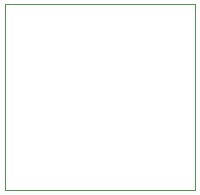
<source format=gm1>
G04 Layer_Color=16711935*
%FSLAX25Y25*%
%MOIN*%
G70*
G01*
G75*
%ADD20C,0.00100*%
D20*
X57500Y-7000D02*
Y55000D01*
X-6000D01*
X57500Y-7000D02*
X-6000D01*
Y55000D01*
X57500Y-7000D02*
Y55000D01*
X-6000D01*
X57500Y-7000D02*
X-6000D01*
Y55000D01*
M02*

</source>
